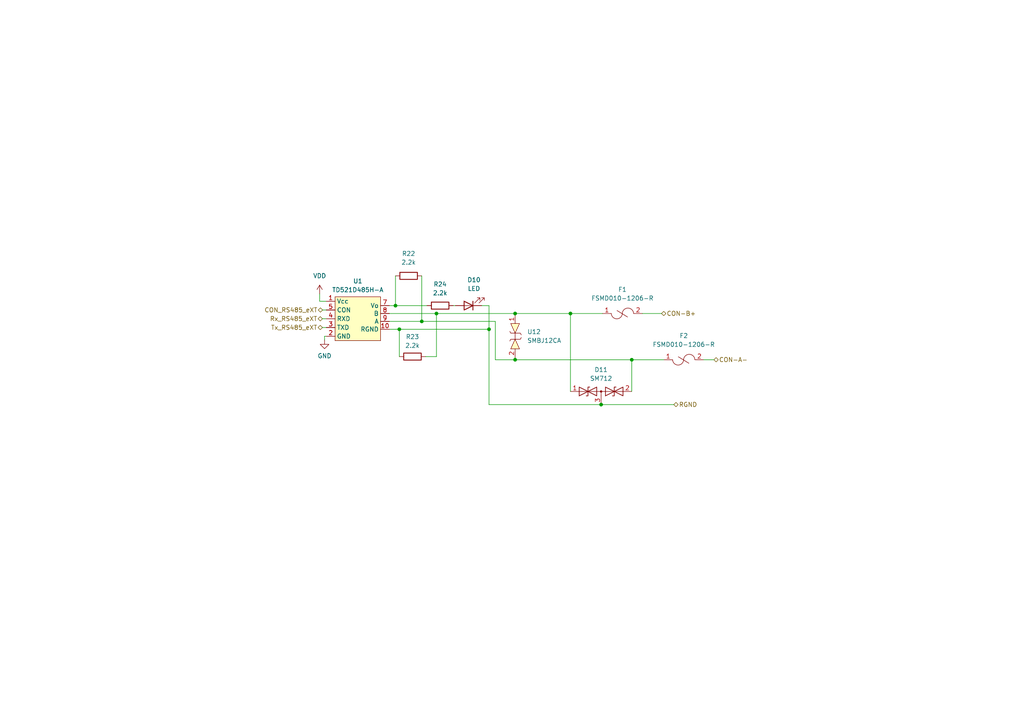
<source format=kicad_sch>
(kicad_sch (version 20230121) (generator eeschema)
  (paper "A4")
  (lib_symbols
    (symbol "Device:LED" (pin_numbers hide) (pin_names (offset 1.016) hide)
      (property "Reference" "D" (at 0 2.54 0))
      (property "Value" "LED" (at 0 -2.54 0))
      (symbol "LED_0_1"
        (polyline (pts (xy -1.27 -1.27) (xy -1.27 1.27)) (stroke (width 0.254)))
        (polyline (pts (xy -1.27 0) (xy 1.27 0)))
        (polyline (pts (xy 1.27 -1.27) (xy 1.27 1.27) (xy -1.27 0) (xy 1.27 -1.27)) (stroke (width 0.254)))
        (polyline (pts (xy -3.048 -0.762) (xy -4.572 -2.286) (xy -3.81 -2.286) (xy -4.572 -2.286) (xy -4.572 -1.524)))
        (polyline (pts (xy -1.778 -0.762) (xy -3.302 -2.286) (xy -2.54 -2.286) (xy -3.302 -2.286) (xy -3.302 -1.524)))
      )
      (symbol "LED_1_1"
        (pin passive line (at -3.81 0 0) (length 2.54) (name "K") (number "1"))
        (pin passive line (at 3.81 0 180) (length 2.54) (name "A") (number "2"))
      )
    )
    (symbol "Device:R" (pin_numbers hide) (pin_names (offset 0))
      (property "Reference" "R" (at 2.032 0 90))
      (property "Value" "R" (at 0 0 90))
      (symbol "R_0_1"
        (rectangle (start -1.016 -2.54) (end 1.016 2.54) (stroke (width 0.254)))
      )
      (symbol "R_1_1"
        (pin passive line (at 0 3.81 270) (length 1.27) (name "~") (number "1"))
        (pin passive line (at 0 -3.81 90) (length 1.27) (name "~") (number "2"))
      )
    )
    (symbol "Diode:SM712_SOT23" (pin_names (offset 1.016) hide)
      (property "Reference" "D" (at 0 4.445 0))
      (property "Value" "SM712_SOT23" (at 0 2.54 0))
      (symbol "SM712_SOT23_0_0"
        (polyline (pts (xy 0 -1.27) (xy 0 0)))
      )
      (symbol "SM712_SOT23_0_1"
        (polyline (pts (xy -6.35 0) (xy 6.35 0)))
        (polyline (pts (xy -3.302 1.27) (xy -3.81 1.27) (xy -3.81 -1.27) (xy -4.318 -1.27)) (stroke (width 0.2032)))
        (polyline (pts (xy 4.318 1.27) (xy 3.81 1.27) (xy 3.81 -1.27) (xy 3.302 -1.27)) (stroke (width 0.2032)))
        (polyline (pts (xy -6.35 -1.27) (xy -1.27 1.27) (xy -1.27 -1.27) (xy -6.35 1.27) (xy -6.35 -1.27)) (stroke (width 0.2032)))
        (polyline (pts (xy 1.27 -1.27) (xy 1.27 1.27) (xy 6.35 -1.27) (xy 6.35 1.27) (xy 1.27 -1.27)) (stroke (width 0.2032)))
        (circle (center 0 0) (radius 0.254) (fill (type outline)))
      )
      (symbol "SM712_SOT23_1_1"
        (pin passive line (at -8.89 0 0) (length 2.54) (name "A1") (number "1"))
        (pin passive line (at 8.89 0 180) (length 2.54) (name "A2") (number "2"))
        (pin input line (at 0 -3.81 90) (length 2.54) (name "common") (number "3"))
      )
    )
    (symbol "nuevos simvolos:PTS120660V010"
      (property "Reference" "F" (at 0 -2.54 0))
      (property "Value" "PTS120660V010" (at 0 -4.064 0))
      (symbol "PTS120660V010_0_1"
        (arc (start -3.1877 0) (mid -1.5689 -1.5407) (end 0 0.0508))
        (polyline (pts (xy -1.524 0.8636) (xy 1.524 -1.016)))
        (arc (start 3.2766 0) (mid 1.6623 1.5705) (end 0 0.0508))
      )
      (symbol "PTS120660V010_1_1"
        (pin input line (at -5.7404 0 0) (length 2.54) (name "") (number "1"))
        (pin output line (at 5.842 0 180) (length 2.54) (name "") (number "2"))
      )
    )
    (symbol "nuevos simvolos:SMBJ12CA"
      (property "Reference" "U" (at 6.858 5.588 0))
      (property "Value" "SMBJ12CA" (at 6.858 4.064 0))
      (symbol "SMBJ12CA_0_1"
        (polyline (pts (xy 0 7.366) (xy 0 5.588)))
        (polyline (pts (xy -1.524 5.08) (xy -1.27 5.588) (xy 1.524 5.588) (xy 1.778 6.096)))
        (polyline (pts (xy -1.524 7.874) (xy -1.27 7.366) (xy 1.524 7.366) (xy 1.778 6.858)))
        (polyline (pts (xy 0 5.588) (xy -1.27 2.794) (xy 1.27 2.794) (xy 0 5.588)) (fill (type background)))
        (polyline (pts (xy 0 7.366) (xy -1.27 10.16) (xy 1.27 10.16) (xy 0 7.366)) (fill (type background)))
      )
      (symbol "SMBJ12CA_1_1"
        (pin bidirectional line (at 0 12.7 270) (length 2.54) (name "") (number "1"))
        (pin bidirectional line (at 0 0.254 90) (length 2.54) (name "") (number "2"))
      )
    )
    (symbol "nuevos simvolos:TD521D485H-E"
      (property "Reference" "U" (at 0 0 0))
      (property "Value" "TD521D485H-E" (at 0.254 -1.524 0))
      (symbol "TD521D485H-E_0_1"
        (rectangle (start -6.35 14.224) (end 6.858 1.524) (fill (type background)))
      )
      (symbol "TD521D485H-E_1_1"
        (pin input line (at -8.89 12.954 0) (length 2.54) (name "Vcc") (number "1"))
        (pin output line (at 9.398 4.826 180) (length 2.54) (name "RGND") (number "10"))
        (pin output line (at -8.89 2.794 0) (length 2.54) (name "GND") (number "2"))
        (pin bidirectional line (at -8.89 5.334 0) (length 2.54) (name "TXD") (number "3"))
        (pin bidirectional line (at -8.89 7.874 0) (length 2.54) (name "RXD") (number "4"))
        (pin bidirectional line (at -8.89 10.414 0) (length 2.54) (name "CON") (number "5"))
        (pin output line (at 9.398 11.684 180) (length 2.54) (name "Vo") (number "7"))
        (pin bidirectional line (at 9.398 9.398 180) (length 2.54) (name "B") (number "8"))
        (pin bidirectional line (at 9.398 7.112 180) (length 2.54) (name "A") (number "9"))
      )
    )
    (symbol "power:GND" (power) (pin_names (offset 0))
      (property "Value" "GND" (at 0 -3.81 0))
      (symbol "GND_0_1"
        (polyline (pts (xy 0 0) (xy 0 -1.27) (xy 1.27 -1.27) (xy 0 -2.54) (xy -1.27 -1.27) (xy 0 -1.27)))
      )
      (symbol "GND_1_1"
        (pin power_in line (at 0 0 270) (length 0) hide (name "GND") (number "1"))
      )
    )
    (symbol "power:VDD" (power) (pin_names (offset 0))
      (property "Value" "VDD" (at 0 3.81 0))
      (symbol "VDD_0_1"
        (polyline (pts (xy -0.762 1.27) (xy 0 2.54)))
        (polyline (pts (xy 0 0) (xy 0 2.54)))
        (polyline (pts (xy 0 2.54) (xy 0.762 1.27)))
      )
      (symbol "VDD_1_1"
        (pin power_in line (at 0 0 90) (length 0) hide (name "VDD") (number "1"))
      )
    )
  )
  (junction (at 165.4556 90.932))
  (junction (at 149.4028 104.3432))
  (junction (at 114.7064 88.646))
  (junction (at 115.824 95.504))
  (junction (at 174.3456 117.348))
  (junction (at 149.4028 90.932))
  (junction (at 122.3264 93.218))
  (junction (at 141.8336 95.504))
  (junction (at 126.5936 90.932))
  (junction (at 183.2356 104.3432))
  (wire (pts (xy 93.5228 92.456) (xy 94.6404 92.456)))
  (wire (pts (xy 165.4556 113.538) (xy 165.4556 90.932)))
  (wire (pts (xy 115.824 95.504) (xy 115.824 103.4288)))
  (wire (pts (xy 94.1324 97.536) (xy 94.6404 97.536)))
  (wire (pts (xy 114.7064 80.01) (xy 114.7064 88.646)))
  (wire (pts (xy 139.7 88.646) (xy 141.8336 88.646)))
  (wire (pts (xy 122.3264 80.01) (xy 122.3264 93.218)))
  (wire (pts (xy 183.2356 104.3432) (xy 192.532 104.3432)))
  (wire (pts (xy 131.4704 88.646) (xy 132.08 88.646)))
  (wire (pts (xy 174.3456 117.348) (xy 141.8336 117.348)))
  (wire (pts (xy 143.6624 104.3432) (xy 143.6624 93.218)))
  (wire (pts (xy 165.4556 90.932) (xy 149.4028 90.932)))
  (wire (pts (xy 143.6624 93.218) (xy 122.3264 93.218)))
  (wire (pts (xy 149.4028 91.2876) (xy 149.4028 90.932)))
  (wire (pts (xy 183.2356 113.538) (xy 183.2356 104.3432)))
  (wire (pts (xy 204.1144 104.3432) (xy 207.0608 104.3432)))
  (wire (pts (xy 122.3264 93.218) (xy 112.9284 93.218)))
  (wire (pts (xy 93.5228 94.996) (xy 94.6404 94.996)))
  (wire (pts (xy 149.4028 103.7336) (xy 149.4028 104.3432)))
  (wire (pts (xy 92.71 85.2424) (xy 92.71 87.376)))
  (wire (pts (xy 141.8336 95.504) (xy 115.824 95.504)))
  (wire (pts (xy 92.71 87.376) (xy 94.6404 87.376)))
  (wire (pts (xy 93.5736 89.916) (xy 94.6404 89.916)))
  (wire (pts (xy 126.5936 90.932) (xy 126.5936 103.4288)))
  (wire (pts (xy 149.4028 104.3432) (xy 143.6624 104.3432)))
  (wire (pts (xy 149.4028 90.932) (xy 126.5936 90.932)))
  (wire (pts (xy 191.8716 90.932) (xy 186.3344 90.932)))
  (wire (pts (xy 112.9284 88.646) (xy 114.7064 88.646)))
  (wire (pts (xy 126.5936 103.4288) (xy 123.444 103.4288)))
  (wire (pts (xy 165.4556 90.932) (xy 174.752 90.932)))
  (wire (pts (xy 183.2356 104.3432) (xy 149.4028 104.3432)))
  (wire (pts (xy 114.7064 88.646) (xy 123.8504 88.646)))
  (wire (pts (xy 112.9284 90.932) (xy 126.5936 90.932)))
  (wire (pts (xy 174.3456 117.348) (xy 195.4276 117.348)))
  (wire (pts (xy 94.1324 98.6028) (xy 94.1324 97.536)))
  (wire (pts (xy 141.8336 117.348) (xy 141.8336 95.504)))
  (wire (pts (xy 141.8336 88.646) (xy 141.8336 95.504)))
  (wire (pts (xy 112.9284 95.504) (xy 115.824 95.504)))
  (hierarchical_label "CON-B+" (shape bidirectional) (at 191.8716 90.932 0))
  (hierarchical_label "Tx_RS485_eXT" (shape bidirectional) (at 93.5228 94.996 180))
  (hierarchical_label "RGND" (shape bidirectional) (at 195.4276 117.348 0))
  (hierarchical_label "CON-A-" (shape bidirectional) (at 207.0608 104.3432 0))
  (hierarchical_label "CON_RS485_eXT" (shape bidirectional) (at 93.5736 89.916 180))
  (hierarchical_label "Rx_RS485_eXT" (shape bidirectional) (at 93.5228 92.456 180))
  (symbol (lib_id "Device:R") (at 118.5164 80.01 90) (unit 1)
    (property "Reference" "R22" (at 118.5164 73.5584 90))
    (property "Value" "2.2k" (at 118.5164 76.0984 90))
    (property "Footprint" "Resistor_SMD:R_0805_2012Metric" (effects hide))
    (property "Part_Number" "0805W8F2201T5E" (effects hide))
  )
  (symbol (lib_id "nuevos simvolos:SMBJ12CA") (at 149.4028 103.9876 0) (unit 1)
    (property "Reference" "U12" (at 152.908 96.2405 0) (effects (justify left)))
    (property "Value" "SMBJ12CA" (at 152.908 98.7805 0) (effects (justify left)))
    (property "Footprint" "nuevo simbolo:SMBJ12CA" (effects hide))
    (property "Part_Number" "SMBJ12CA" (effects hide))
  )
  (symbol (lib_id "power:GND") (at 94.1324 98.6028 0) (unit 1)
    (property "Reference" "#PWR0132" (effects hide))
    (property "Value" "GND" (at 94.1324 103.2256 0))
  )
  (symbol (lib_id "nuevos simvolos:PTS120660V010") (at 198.2724 104.3432 0) (unit 1)
    (property "Reference" "F2" (at 198.3232 97.3836 0))
    (property "Value" "FSMD010-1206-R" (at 198.3232 99.9236 0))
    (property "Footprint" "Nueva carpeta:RESC3115X65N" (effects hide))
    (property "Part_Number" "FSMD010-1206-R" (effects hide))
  )
  (symbol (lib_id "Device:R") (at 119.634 103.4288 90) (unit 1)
    (property "Reference" "R23" (at 119.634 97.6884 90))
    (property "Value" "2.2k" (at 119.634 100.2284 90))
    (property "Footprint" "Resistor_SMD:R_0805_2012Metric" (effects hide))
    (property "Part_Number" "0805W8F2201T5E" (effects hide))
  )
  (symbol (lib_id "Device:R") (at 127.6604 88.646 90) (unit 1)
    (property "Reference" "R24" (at 127.6604 82.4484 90))
    (property "Value" "2.2k" (at 127.6604 84.9884 90))
    (property "Footprint" "Resistor_SMD:R_0805_2012Metric" (effects hide))
    (property "Part_Number" "0805W8F2201T5E" (effects hide))
  )
  (symbol (lib_id "nuevos simvolos:PTS120660V010") (at 180.4924 90.932 0) (unit 1)
    (property "Reference" "F1" (at 180.5432 83.9724 0))
    (property "Value" "FSMD010-1206-R" (at 180.5432 86.5124 0))
    (property "Footprint" "Nueva carpeta:RESC3115X65N" (effects hide))
    (property "Part_Number" "FSMD010-1206-R" (effects hide))
  )
  (symbol (lib_id "nuevos simvolos:TD521D485H-E") (at 103.5304 100.33 0) (unit 1)
    (property "Reference" "U1" (at 103.7844 81.534 0))
    (property "Value" "TD521D485H-A" (at 103.7844 84.074 0))
    (property "Footprint" "nuevo simbolo:TD521D485H-E" (effects hide))
    (property "Part_Number" "TD521D485H-A" (effects hide))
  )
  (symbol (lib_id "power:VDD") (at 92.71 85.2424 0) (unit 1)
    (property "Reference" "#PWR01" (effects hide))
    (property "Value" "VDD" (at 92.71 80.01 0))
  )
  (symbol (lib_id "Device:LED") (at 135.89 88.646 180) (unit 1)
    (property "Reference" "D10" (at 137.4775 81.1784 0))
    (property "Value" "LED" (at 137.4775 83.7184 0))
    (property "Footprint" "LED_SMD:LED_0805_2012Metric" (effects hide))
    (property "Part_Number" "NCD0805R1" (effects hide))
  )
  (symbol (lib_id "Diode:SM712_SOT23") (at 174.3456 113.538 0) (unit 1)
    (property "Reference" "D11" (at 174.3456 107.2388 0))
    (property "Value" "SM712" (at 174.3456 109.7788 0))
    (property "Footprint" "Package_TO_SOT_SMD:SOT-23" (effects hide))
    (property "Part_Number" "SM712" (effects hide))
  )
)
</source>
